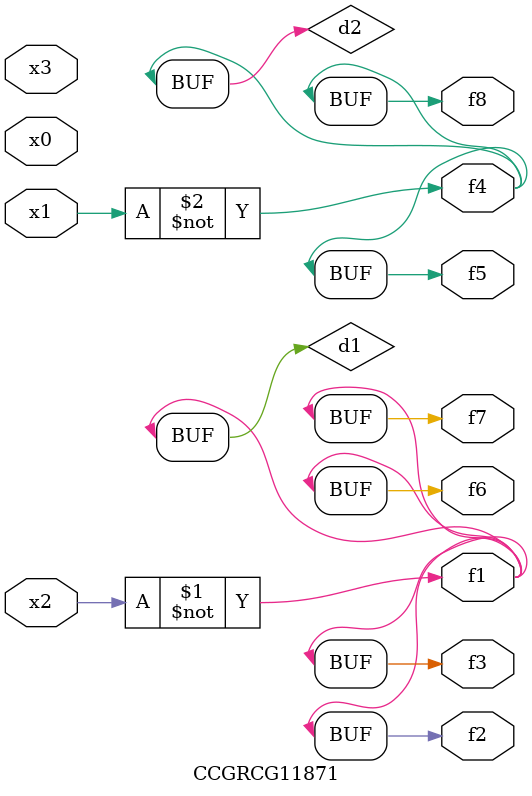
<source format=v>
module CCGRCG11871(
	input x0, x1, x2, x3,
	output f1, f2, f3, f4, f5, f6, f7, f8
);

	wire d1, d2;

	xnor (d1, x2);
	not (d2, x1);
	assign f1 = d1;
	assign f2 = d1;
	assign f3 = d1;
	assign f4 = d2;
	assign f5 = d2;
	assign f6 = d1;
	assign f7 = d1;
	assign f8 = d2;
endmodule

</source>
